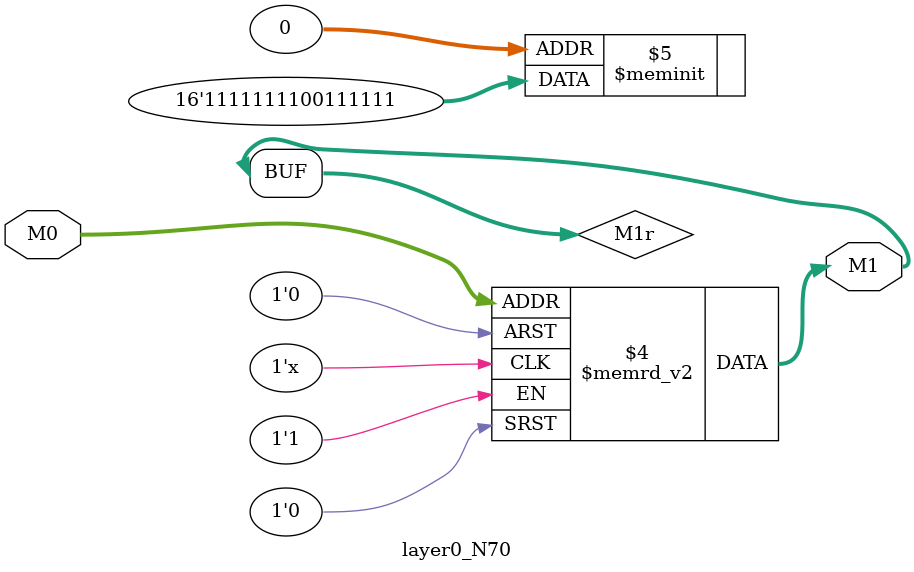
<source format=v>
module layer0_N70 ( input [2:0] M0, output [1:0] M1 );

	(*rom_style = "distributed" *) reg [1:0] M1r;
	assign M1 = M1r;
	always @ (M0) begin
		case (M0)
			3'b000: M1r = 2'b11;
			3'b100: M1r = 2'b11;
			3'b010: M1r = 2'b11;
			3'b110: M1r = 2'b11;
			3'b001: M1r = 2'b11;
			3'b101: M1r = 2'b11;
			3'b011: M1r = 2'b00;
			3'b111: M1r = 2'b11;

		endcase
	end
endmodule

</source>
